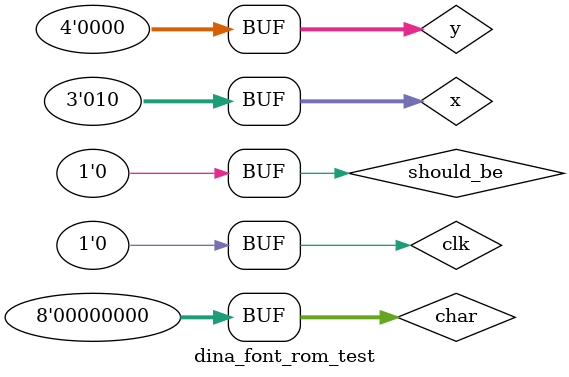
<source format=v>
`timescale 1ns / 1ps


module dina_font_rom_test;

	// Inputs
	reg [7:0] char;
	reg [2:0] x;
	reg [3:0] y;

	// Outputs
	wire pixel;
  
  reg should_be;
  
	// Instantiate the Unit Under Test (UUT)
	dina_font_rom uut (
		.char(char), 
		.x(x), 
		.y(y), 
		.pixel(pixel)
	);

	initial begin
		// Initialize Inputs
    $monitor("char:%d, x:%d, y:%d, pixel:%b-%b", char, x, y, pixel, should_be);
		char = 0;
		x = 0;
		y = 0;
    should_be = 1;
    
		// Wait 100 ns for global reset to finish
		#100;
        
		// Add stimulus here
    x = 2; // should be 1
    should_be = 0;
    clk = 1;
    #10;
    clk = 0;
	end
      
endmodule


</source>
